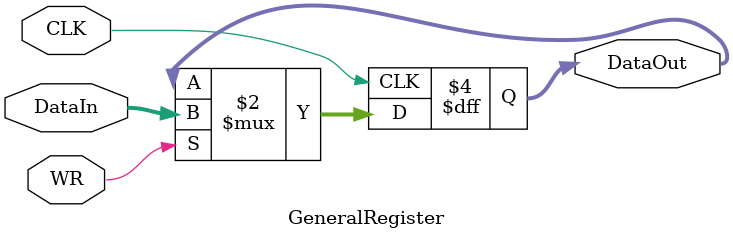
<source format=v>
`timescale 1ns / 1ps


module GeneralRegister(
        input CLK,
        input WR,
        input [31:0] DataIn,
        output reg[31:0] DataOut
    );
    //write only at negedge
    always@(negedge CLK)
    begin
        if(WR)
            DataOut <= DataIn;
    end
endmodule

</source>
